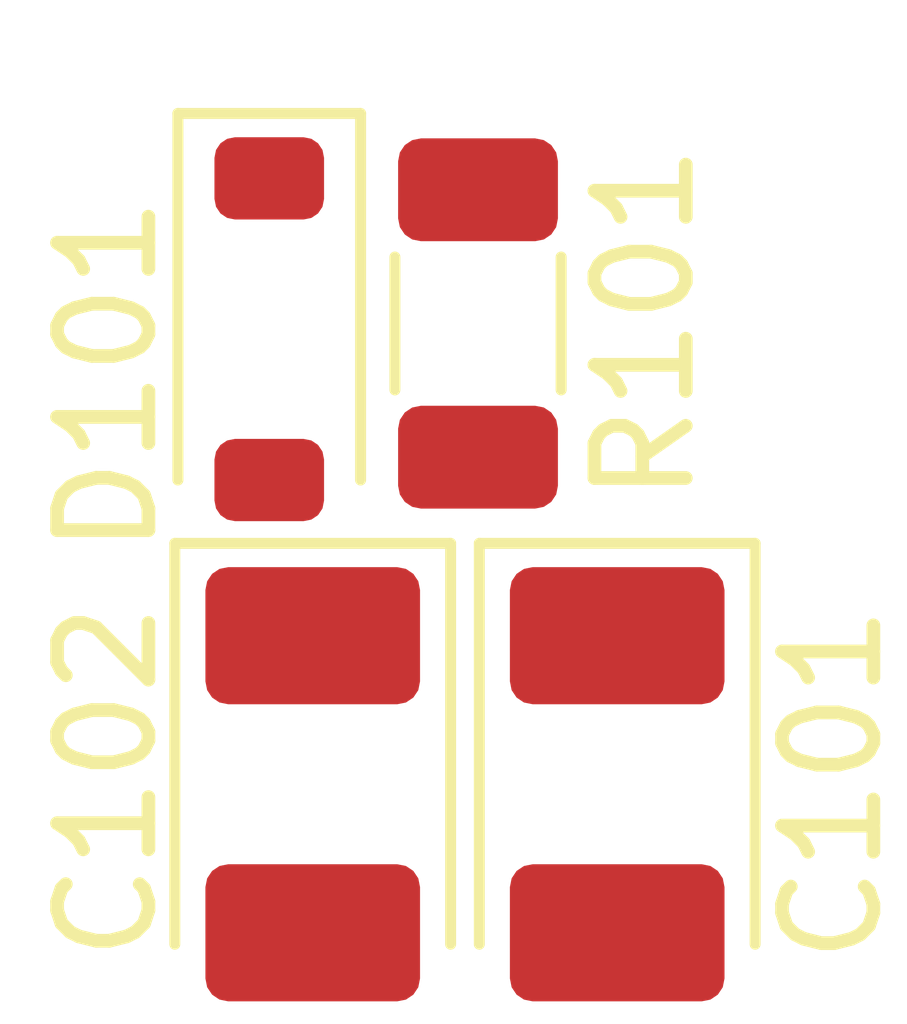
<source format=kicad_pcb>
(kicad_pcb (version 20240108) (generator "pcbnew") (generator_version "8.0")
  (layers (0 "F.Cu" signal) (31 "B.Cu" signal) (34 "B.Paste" user) (35 "F.Paste" user) (36 "B.SilkS" user "B.Silkscreen") (37 "F.SilkS" user "F.Silkscreen") (38 "B.Mask" user) (39 "F.Mask" user) (44 "Edge.Cuts" user))
  (net 0 "")
  (net 1 "/GND")
  (net 2 "/U+")
  (net 3 "/BUFF_U+")
  (footprint "Capacitor_Tantalum_SMD:CP_EIA-3528-21_Kemet-B_Pad1.50x2.35mm_HandSolder" (layer "F.Cu") (at 137.128 95.276 -90)
    (property "Reference" "C102" (at -0.025998 2.254 90) (layer "F.SilkS"))
    (property "Value" "100uF")
    (fp_line (start -2.635 1.51) (end 1.75 1.51) (stroke (width 0.12)) (layer "F.SilkS"))
    (fp_line (start -2.635 -1.51) (end -2.635 1.51) (stroke (width 0.12)) (layer "F.SilkS"))
    (fp_line (start 1.75 -1.51) (end -2.635 -1.51) (stroke (width 0.12)) (layer "F.SilkS"))
    (pad "1" smd roundrect (at -1.625001 0 270) (size 1.5 2.35) (layers "F.Cu" "F.Paste" "F.Mask") (roundrect_rratio 0.166667) (net 3 "/BUFF_U+"))
    (pad "2" smd roundrect (at 1.625001 0 270) (size 1.5 2.35) (layers "F.Cu" "F.Paste" "F.Mask") (roundrect_rratio 0.166667) (net 1 "/GND"))
  )
  (footprint "Diode_SMD:D_SOD-123" (layer "F.Cu") (at 136.652 90.298 -90)
    (property "Reference" "D101" (at 0.507 1.778 90) (layer "F.SilkS"))
    (property "Value" "1N5819W")
    (fp_line (start -2.36 1) (end 1.65 1) (stroke (width 0.12)) (layer "F.SilkS"))
    (fp_line (start -2.36 -1) (end -2.36 1) (stroke (width 0.12)) (layer "F.SilkS"))
    (fp_line (start -2.36 -1) (end 1.65 -1) (stroke (width 0.12)) (layer "F.SilkS"))
    (pad "1" smd roundrect (at -1.65 0 270) (size 0.9 1.2) (layers "F.Cu" "F.Paste" "F.Mask") (net 2 "/U+"))
    (pad "2" smd roundrect (at 1.65 0 270) (size 0.9 1.2) (layers "F.Cu" "F.Paste" "F.Mask") (net 3 "/BUFF_U+"))
  )
  (footprint "Resistor_SMD:R_1206_3216Metric" (layer "F.Cu") (at 138.938 90.2355 -90)
    (property "Reference" "R101" (at 0 -1.82 -90) (layer "F.SilkS"))
    (property "Value" "100R")
    (fp_line (start -0.727064 0.91) (end 0.727064 0.91) (stroke (width 0.12)) (layer "F.SilkS"))
    (fp_line (start -0.727064 -0.91) (end 0.727064 -0.91) (stroke (width 0.12)) (layer "F.SilkS"))
    (pad "1" smd roundrect (at -1.4625 0 270) (size 1.125 1.75) (layers "F.Cu" "F.Paste" "F.Mask") (roundrect_rratio 0.222222) (net 2 "/U+"))
    (pad "2" smd roundrect (at 1.4625 0 270) (size 1.125 1.75) (layers "F.Cu" "F.Paste" "F.Mask") (roundrect_rratio 0.222222) (net 3 "/BUFF_U+"))
  )
  (footprint "Capacitor_Tantalum_SMD:CP_EIA-3528-21_Kemet-B_Pad1.50x2.35mm_HandSolder" (layer "F.Cu") (at 140.462 95.276 -90)
    (property "Reference" "C101" (at 0 -2.35 90) (layer "F.SilkS"))
    (property "Value" "100uF")
    (fp_line (start -2.635 1.51) (end 1.75 1.51) (stroke (width 0.12)) (layer "F.SilkS"))
    (fp_line (start -2.635 -1.51) (end -2.635 1.51) (stroke (width 0.12)) (layer "F.SilkS"))
    (fp_line (start 1.75 -1.51) (end -2.635 -1.51) (stroke (width 0.12)) (layer "F.SilkS"))
    (pad "1" smd roundrect (at -1.625001 0 270) (size 1.5 2.35) (layers "F.Cu" "F.Paste" "F.Mask") (roundrect_rratio 0.166667) (net 3 "/BUFF_U+"))
    (pad "2" smd roundrect (at 1.625001 0 270) (size 1.5 2.35) (layers "F.Cu" "F.Paste" "F.Mask") (roundrect_rratio 0.166667) (net 1 "/GND"))
  )
)
</source>
